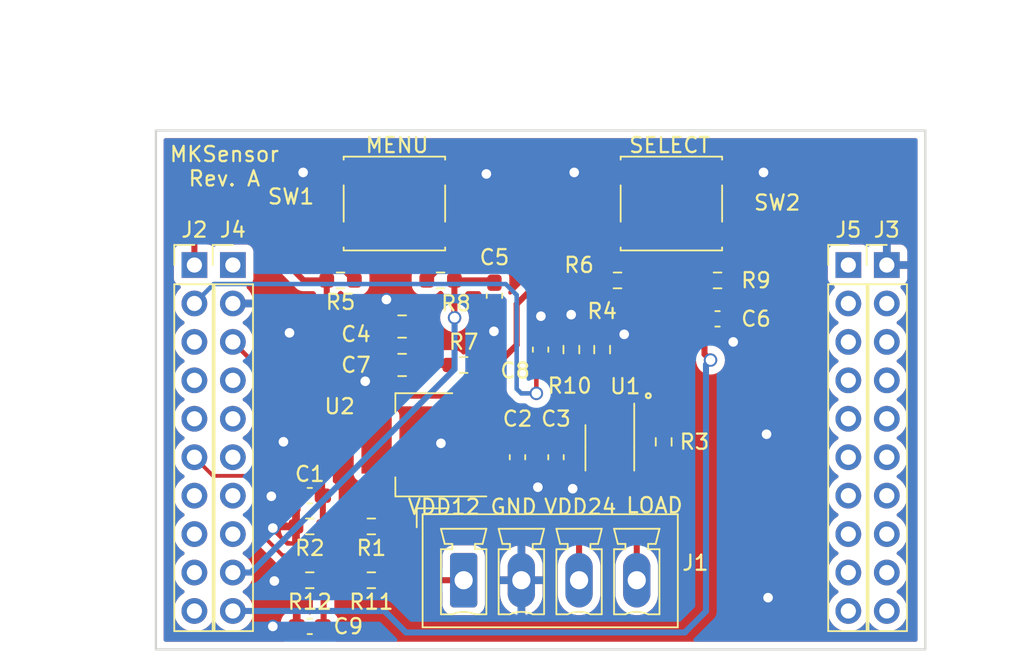
<source format=kicad_pcb>
(kicad_pcb (version 20211014) (generator pcbnew)
  (layers (0 "F.Cu" signal) (31 "B.Cu" signal) (34 "B.Paste" user) (35 "F.Paste" user) (36 "B.SilkS" user "B.Silkscreen") (37 "F.SilkS" user "F.Silkscreen") (38 "B.Mask" user) (39 "F.Mask" user) (44 "Edge.Cuts" user))
  (net 0 "")
  (net 1 "GND")
  (net 2 "VCC")
  (net 3 "/P1.7{slash}A7")
  (net 4 "/VDD24")
  (net 5 "Net-(C3-Pad2)")
  (net 6 "Net-(C4-Pad2)")
  (net 7 "/P5.7")
  (net 8 "/P3.7")
  (net 9 "/P1.6{slash}A6")
  (net 10 "/P5.4{slash}A11")
  (net 11 "/VDD12")
  (net 12 "/VSLOAD")
  (net 21 "+5V")
  (net 45 "Net-(R3-Pad2)")
  (net 46 "Net-(R4-Pad2)")
  (net 47 "Net-(R5-Pad1)")
  (net 48 "Net-(R6-Pad1)")
  (footprint "Connector_PinHeader_2.54mm:PinHeader_1x10_P2.54mm_Vertical" (layer "F.Cu") (at 231.14 121.92)
    (fp_text reference "J3" (at 0 -2.33) (layer "F.SilkS"))
    (fp_text value "TI_BOOSTER_40_J2")
    (fp_line (start 1.33 1.27) (end 1.33 24.19) (layer "F.SilkS") (width 0.12))
    (fp_line (start -1.33 0) (end -1.33 -1.33) (layer "F.SilkS") (width 0.12))
    (fp_line (start -1.33 1.27) (end -1.33 24.19) (layer "F.SilkS") (width 0.12))
    (fp_line (start -1.33 -1.33) (end 0 -1.33) (layer "F.SilkS") (width 0.12))
    (fp_line (start -1.33 1.27) (end 1.33 1.27) (layer "F.SilkS") (width 0.12))
    (fp_line (start -1.33 24.19) (end 1.33 24.19) (layer "F.SilkS") (width 0.12))
    (pad "1" thru_hole rect locked (at 0 0) (size 1.7 1.7) (drill 1) (layers *.Cu *.Mask) (net 1 "GND"))
    (pad "2" thru_hole oval locked (at 0 2.54) (size 1.7 1.7) (drill 1) (layers *.Cu *.Mask))
    (pad "3" thru_hole oval locked (at 0 5.08) (size 1.7 1.7) (drill 1) (layers *.Cu *.Mask))
    (pad "4" thru_hole oval locked (at 0 7.62) (size 1.7 1.7) (drill 1) (layers *.Cu *.Mask))
    (pad "5" thru_hole oval locked (at 0 10.16) (size 1.7 1.7) (drill 1) (layers *.Cu *.Mask))
    (pad "6" thru_hole oval locked (at 0 12.7) (size 1.7 1.7) (drill 1) (layers *.Cu *.Mask))
    (pad "7" thru_hole oval locked (at 0 15.24) (size 1.7 1.7) (drill 1) (layers *.Cu *.Mask))
    (pad "8" thru_hole oval locked (at 0 17.78) (size 1.7 1.7) (drill 1) (layers *.Cu *.Mask))
    (pad "9" thru_hole oval locked (at 0 20.32) (size 1.7 1.7) (drill 1) (layers *.Cu *.Mask))
    (pad "10" thru_hole oval locked (at 0 22.86) (size 1.7 1.7) (drill 1) (layers *.Cu *.Mask))
  )
  (footprint "Connector_PinHeader_2.54mm:PinHeader_1x10_P2.54mm_Vertical" (layer "F.Cu") (at 228.6 121.92)
    (fp_text reference "J5" (at 0 -2.33) (layer "F.SilkS"))
    (fp_text value "TI_BOOSTER_40_J4")
    (fp_line (start 1.33 1.27) (end 1.33 24.19) (layer "F.SilkS") (width 0.12))
    (fp_line (start -1.33 -1.33) (end 0 -1.33) (layer "F.SilkS") (width 0.12))
    (fp_line (start -1.33 0) (end -1.33 -1.33) (layer "F.SilkS") (width 0.12))
    (fp_line (start -1.33 1.27) (end 1.33 1.27) (layer "F.SilkS") (width 0.12))
    (fp_line (start -1.33 1.27) (end -1.33 24.19) (layer "F.SilkS") (width 0.12))
    (fp_line (start -1.33 24.19) (end 1.33 24.19) (layer "F.SilkS") (width 0.12))
    (pad "1" thru_hole rect locked (at 0 0) (size 1.7 1.7) (drill 1) (layers *.Cu *.Mask))
    (pad "2" thru_hole oval locked (at 0 2.54) (size 1.7 1.7) (drill 1) (layers *.Cu *.Mask))
    (pad "3" thru_hole oval locked (at 0 5.08) (size 1.7 1.7) (drill 1) (layers *.Cu *.Mask))
    (pad "4" thru_hole oval locked (at 0 7.62) (size 1.7 1.7) (drill 1) (layers *.Cu *.Mask))
    (pad "5" thru_hole oval locked (at 0 10.16) (size 1.7 1.7) (drill 1) (layers *.Cu *.Mask))
    (pad "6" thru_hole oval locked (at 0 12.7) (size 1.7 1.7) (drill 1) (layers *.Cu *.Mask))
    (pad "7" thru_hole oval locked (at 0 15.24) (size 1.7 1.7) (drill 1) (layers *.Cu *.Mask))
    (pad "8" thru_hole oval locked (at 0 17.78) (size 1.7 1.7) (drill 1) (layers *.Cu *.Mask))
    (pad "9" thru_hole oval locked (at 0 20.32) (size 1.7 1.7) (drill 1) (layers *.Cu *.Mask))
    (pad "10" thru_hole oval locked (at 0 22.86) (size 1.7 1.7) (drill 1) (layers *.Cu *.Mask))
  )
  (footprint "Connector_PinHeader_2.54mm:PinHeader_1x10_P2.54mm_Vertical" (layer "F.Cu") (at 187.96 121.92)
    (fp_text reference "J4" (at 0 -2.33) (layer "F.SilkS"))
    (fp_text value "TI_BOOSTER_40_J3")
    (fp_line (start -1.33 1.27) (end 1.33 1.27) (layer "F.SilkS") (width 0.12))
    (fp_line (start -1.33 1.27) (end -1.33 24.19) (layer "F.SilkS") (width 0.12))
    (fp_line (start -1.33 24.19) (end 1.33 24.19) (layer "F.SilkS") (width 0.12))
    (fp_line (start 1.33 1.27) (end 1.33 24.19) (layer "F.SilkS") (width 0.12))
    (fp_line (start -1.33 0) (end -1.33 -1.33) (layer "F.SilkS") (width 0.12))
    (fp_line (start -1.33 -1.33) (end 0 -1.33) (layer "F.SilkS") (width 0.12))
    (pad "1" thru_hole rect locked (at 0 0) (size 1.7 1.7) (drill 1) (layers *.Cu *.Mask) (net 21 "+5V"))
    (pad "2" thru_hole oval locked (at 0 2.54) (size 1.7 1.7) (drill 1) (layers *.Cu *.Mask) (net 1 "GND"))
    (pad "3" thru_hole oval locked (at 0 5.08) (size 1.7 1.7) (drill 1) (layers *.Cu *.Mask) (net 3 "/P1.7{slash}A7"))
    (pad "4" thru_hole oval locked (at 0 7.62) (size 1.7 1.7) (drill 1) (layers *.Cu *.Mask))
    (pad "5" thru_hole oval locked (at 0 10.16) (size 1.7 1.7) (drill 1) (layers *.Cu *.Mask))
    (pad "6" thru_hole oval locked (at 0 12.7) (size 1.7 1.7) (drill 1) (layers *.Cu *.Mask))
    (pad "7" thru_hole oval locked (at 0 15.24) (size 1.7 1.7) (drill 1) (layers *.Cu *.Mask))
    (pad "8" thru_hole oval locked (at 0 17.78) (size 1.7 1.7) (drill 1) (layers *.Cu *.Mask))
    (pad "9" thru_hole oval locked (at 0 20.32) (size 1.7 1.7) (drill 1) (layers *.Cu *.Mask) (net 7 "/P5.7"))
    (pad "10" thru_hole oval locked (at 0 22.86) (size 1.7 1.7) (drill 1) (layers *.Cu *.Mask) (net 8 "/P3.7"))
  )
  (footprint "Connector_PinHeader_2.54mm:PinHeader_1x10_P2.54mm_Vertical" (layer "F.Cu") (at 185.42 121.92)
    (fp_text reference "J2" (at 0 -2.33) (layer "F.SilkS"))
    (fp_text value "TI_BOOSTER_40_J1")
    (fp_line (start -1.33 1.27) (end -1.33 24.19) (layer "F.SilkS") (width 0.12))
    (fp_line (start -1.33 -1.33) (end 0 -1.33) (layer "F.SilkS") (width 0.12))
    (fp_line (start -1.33 24.19) (end 1.33 24.19) (layer "F.SilkS") (width 0.12))
    (fp_line (start -1.33 1.27) (end 1.33 1.27) (layer "F.SilkS") (width 0.12))
    (fp_line (start 1.33 1.27) (end 1.33 24.19) (layer "F.SilkS") (width 0.12))
    (fp_line (start -1.33 0) (end -1.33 -1.33) (layer "F.SilkS") (width 0.12))
    (pad "1" thru_hole rect locked (at 0 0) (size 1.7 1.7) (drill 1) (layers *.Cu *.Mask) (net 2 "VCC"))
    (pad "2" thru_hole oval locked (at 0 2.54) (size 1.7 1.7) (drill 1) (layers *.Cu *.Mask) (net 9 "/P1.6{slash}A6"))
    (pad "3" thru_hole oval locked (at 0 5.08) (size 1.7 1.7) (drill 1) (layers *.Cu *.Mask))
    (pad "4" thru_hole oval locked (at 0 7.62) (size 1.7 1.7) (drill 1) (layers *.Cu *.Mask))
    (pad "5" thru_hole oval locked (at 0 10.16) (size 1.7 1.7) (drill 1) (layers *.Cu *.Mask))
    (pad "6" thru_hole oval locked (at 0 12.7) (size 1.7 1.7) (drill 1) (layers *.Cu *.Mask) (net 10 "/P5.4{slash}A11"))
    (pad "7" thru_hole oval locked (at 0 15.24) (size 1.7 1.7) (drill 1) (layers *.Cu *.Mask))
    (pad "8" thru_hole oval locked (at 0 17.78) (size 1.7 1.7) (drill 1) (layers *.Cu *.Mask))
    (pad "9" thru_hole oval locked (at 0 20.32) (size 1.7 1.7) (drill 1) (layers *.Cu *.Mask))
    (pad "10" thru_hole oval locked (at 0 22.86) (size 1.7 1.7) (drill 1) (layers *.Cu *.Mask))
  )
  (footprint "Capacitor_SMD:C_0603_1608Metric_Pad1.08x0.95mm_HandSolder" (layer "F.Cu") (at 206.756 134.62 90)
    (fp_text reference "C2" (at 2.54 0) (layer "F.SilkS"))
    (fp_text value "0.1uF")
    (fp_line (start -0.146267 0.51) (end 0.146267 0.51) (layer "F.SilkS") (width 0.12))
    (fp_line (start -0.146267 -0.51) (end 0.146267 -0.51) (layer "F.SilkS") (width 0.12))
    (pad "1" smd roundrect (at -0.8625 0 90) (size 1.075 0.95) (layers "F.Cu" "F.Paste" "F.Mask") (net 1 "GND"))
    (pad "2" smd roundrect (at 0.8625 0 90) (size 1.075 0.95) (layers "F.Cu" "F.Paste" "F.Mask") (net 4 "/VDD24"))
  )
  (footprint "Resistor_SMD:R_0603_1608Metric_Pad0.98x0.95mm_HandSolder" (layer "F.Cu") (at 193.04 139.192 180)
    (fp_text reference "R2" (at 0 -1.43) (layer "F.SilkS"))
    (fp_text value "3.01K")
    (fp_line (start -0.254724 -0.5225) (end 0.254724 -0.5225) (layer "F.SilkS") (width 0.12))
    (fp_line (start -0.254724 0.5225) (end 0.254724 0.5225) (layer "F.SilkS") (width 0.12))
    (pad "1" smd roundrect (at -0.9125 0 180) (size 0.975 0.95) (layers "F.Cu" "F.Paste" "F.Mask") (net 3 "/P1.7{slash}A7"))
    (pad "2" smd roundrect (at 0.9125 0 180) (size 0.975 0.95) (layers "F.Cu" "F.Paste" "F.Mask") (net 1 "GND"))
  )
  (footprint "Resistor_SMD:R_0603_1608Metric_Pad0.98x0.95mm_HandSolder" (layer "F.Cu") (at 213.36 122.936 180)
    (fp_text reference "R6" (at 2.54 1.016) (layer "F.SilkS"))
    (fp_text value "1K")
    (fp_line (start -0.254724 0.5225) (end 0.254724 0.5225) (layer "F.SilkS") (width 0.12))
    (fp_line (start -0.254724 -0.5225) (end 0.254724 -0.5225) (layer "F.SilkS") (width 0.12))
    (pad "1" smd roundrect (at -0.9125 0 180) (size 0.975 0.95) (layers "F.Cu" "F.Paste" "F.Mask") (net 48 "Net-(R6-Pad1)"))
    (pad "2" smd roundrect (at 0.9125 0 180) (size 0.975 0.95) (layers "F.Cu" "F.Paste" "F.Mask") (net 2 "VCC"))
  )
  (footprint "Resistor_SMD:R_0603_1608Metric_Pad0.98x0.95mm_HandSolder" (layer "F.Cu") (at 195.072 122.936 180)
    (fp_text reference "R5" (at 0 -1.43) (layer "F.SilkS"))
    (fp_text value "1K")
    (fp_line (start -0.254724 0.5225) (end 0.254724 0.5225) (layer "F.SilkS") (width 0.12))
    (fp_line (start -0.254724 -0.5225) (end 0.254724 -0.5225) (layer "F.SilkS") (width 0.12))
    (pad "1" smd roundrect (at -0.9125 0 180) (size 0.975 0.95) (layers "F.Cu" "F.Paste" "F.Mask") (net 47 "Net-(R5-Pad1)"))
    (pad "2" smd roundrect (at 0.9125 0 180) (size 0.975 0.95) (layers "F.Cu" "F.Paste" "F.Mask") (net 2 "VCC"))
  )
  (footprint "Capacitor_SMD:C_0603_1608Metric_Pad1.08x0.95mm_HandSolder" (layer "F.Cu") (at 193.04 145.796)
    (fp_text reference "C9" (at 2.54 0) (layer "F.SilkS"))
    (fp_text value "0.1uF")
    (fp_line (start -0.146267 0.51) (end 0.146267 0.51) (layer "F.SilkS") (width 0.12))
    (fp_line (start -0.146267 -0.51) (end 0.146267 -0.51) (layer "F.SilkS") (width 0.12))
    (pad "1" smd roundrect (at -0.8625 0) (size 1.075 0.95) (layers "F.Cu" "F.Paste" "F.Mask") (net 1 "GND"))
    (pad "2" smd roundrect (at 0.8625 0) (size 1.075 0.95) (layers "F.Cu" "F.Paste" "F.Mask") (net 10 "/P5.4{slash}A11"))
  )
  (footprint "Resistor_SMD:R_0603_1608Metric_Pad0.98x0.95mm_HandSolder" (layer "F.Cu") (at 219.964 122.936 180)
    (fp_text reference "R9" (at -2.54 0) (layer "F.SilkS"))
    (fp_text value "39K")
    (fp_line (start -0.254724 -0.5225) (end 0.254724 -0.5225) (layer "F.SilkS") (width 0.12))
    (fp_line (start -0.254724 0.5225) (end 0.254724 0.5225) (layer "F.SilkS") (width 0.12))
    (pad "1" smd roundrect (at -0.9125 0 180) (size 0.975 0.95) (layers "F.Cu" "F.Paste" "F.Mask") (net 48 "Net-(R6-Pad1)"))
    (pad "2" smd roundrect (at 0.9125 0 180) (size 0.975 0.95) (layers "F.Cu" "F.Paste" "F.Mask") (net 8 "/P3.7"))
  )
  (footprint "Resistor_SMD:R_0603_1608Metric_Pad0.98x0.95mm_HandSolder" (layer "F.Cu") (at 197.104 142.748 180)
    (fp_text reference "R11" (at 0 -1.43) (layer "F.SilkS"))
    (fp_text value "28.7K")
    (fp_line (start -0.254724 0.5225) (end 0.254724 0.5225) (layer "F.SilkS") (width 0.12))
    (fp_line (start -0.254724 -0.5225) (end 0.254724 -0.5225) (layer "F.SilkS") (width 0.12))
    (pad "1" smd roundrect (at -0.9125 0 180) (size 0.975 0.95) (layers "F.Cu" "F.Paste" "F.Mask") (net 11 "/VDD12"))
    (pad "2" smd roundrect (at 0.9125 0 180) (size 0.975 0.95) (layers "F.Cu" "F.Paste" "F.Mask") (net 10 "/P5.4{slash}A11"))
  )
  (footprint "Resistor_SMD:R_0603_1608Metric_Pad0.98x0.95mm_HandSolder" (layer "F.Cu") (at 193.04 142.748 180)
    (fp_text reference "R12" (at 0 -1.43) (layer "F.SilkS"))
    (fp_text value "3.01K")
    (fp_line (start -0.254724 0.5225) (end 0.254724 0.5225) (layer "F.SilkS") (width 0.12))
    (fp_line (start -0.254724 -0.5225) (end 0.254724 -0.5225) (layer "F.SilkS") (width 0.12))
    (pad "1" smd roundrect (at -0.9125 0 180) (size 0.975 0.95) (layers "F.Cu" "F.Paste" "F.Mask") (net 10 "/P5.4{slash}A11"))
    (pad "2" smd roundrect (at 0.9125 0 180) (size 0.975 0.95) (layers "F.Cu" "F.Paste" "F.Mask") (net 1 "GND"))
  )
  (footprint "Capacitor_SMD:C_0805_2012Metric_Pad1.18x1.45mm_HandSolder" (layer "F.Cu") (at 199.136 125.984)
    (fp_text reference "C4" (at -3.048 0.508) (layer "F.SilkS"))
    (fp_text value "10uF")
    (fp_line (start -0.261252 -0.735) (end 0.261252 -0.735) (layer "F.SilkS") (width 0.12))
    (fp_line (start -0.261252 0.735) (end 0.261252 0.735) (layer "F.SilkS") (width 0.12))
    (pad "1" smd roundrect (at -1.0375 0) (size 1.175 1.45) (layers "F.Cu" "F.Paste" "F.Mask") (roundrect_rratio 0.212766) (net 1 "GND"))
    (pad "2" smd roundrect (at 1.0375 0) (size 1.175 1.45) (layers "F.Cu" "F.Paste" "F.Mask") (roundrect_rratio 0.212766) (net 6 "Net-(C4-Pad2)"))
  )
  (footprint "Resistor_SMD:R_0603_1608Metric_Pad0.98x0.95mm_HandSolder" (layer "F.Cu") (at 201.676 122.936)
    (fp_text reference "R8" (at 1.016 1.524) (layer "F.SilkS"))
    (fp_text value "39K")
    (fp_line (start -0.254724 0.5225) (end 0.254724 0.5225) (layer "F.SilkS") (width 0.12))
    (fp_line (start -0.254724 -0.5225) (end 0.254724 -0.5225) (layer "F.SilkS") (width 0.12))
    (pad "1" smd roundrect (at -0.9125 0) (size 0.975 0.95) (layers "F.Cu" "F.Paste" "F.Mask") (net 47 "Net-(R5-Pad1)"))
    (pad "2" smd roundrect (at 0.9125 0) (size 0.975 0.95) (layers "F.Cu" "F.Paste" "F.Mask") (net 7 "/P5.7"))
  )
  (footprint "Resistor_SMD:R_0603_1608Metric_Pad0.98x0.95mm_HandSolder" (layer "F.Cu") (at 210.312 127.508 90)
    (fp_text reference "R10" (at -2.392 -0.112) (layer "F.SilkS"))
    (fp_text value "4.99K")
    (fp_line (start -0.254724 -0.5225) (end 0.254724 -0.5225) (layer "F.SilkS") (width 0.12))
    (fp_line (start -0.254724 0.5225) (end 0.254724 0.5225) (layer "F.SilkS") (width 0.12))
    (pad "1" smd roundrect (at -0.9125 0 90) (size 0.975 0.95) (layers "F.Cu" "F.Paste" "F.Mask") (net 9 "/P1.6{slash}A6"))
    (pad "2" smd roundrect (at 0.9125 0 90) (size 0.975 0.95) (layers "F.Cu" "F.Paste" "F.Mask") (net 1 "GND"))
  )
  (footprint "Package_SO:MSOP-8_3x3mm_P0.65mm" (layer "F.Cu") (at 212.852 134 -90)
    (fp_text reference "U1" (at -4.064 -1.016 180) (layer "F.SilkS"))
    (fp_text value "LTC6102xMS8-1")
    (fp_line (start 0 1.61) (end 1.5 1.61) (layer "F.SilkS") (width 0.12))
    (fp_line (start 0 -1.61) (end 1.5 -1.61) (layer "F.SilkS") (width 0.12))
    (fp_line (start 0 -1.61) (end -2.925 -1.61) (layer "F.SilkS") (width 0.12))
    (fp_line (start 0 1.61) (end -1.5 1.61) (layer "F.SilkS") (width 0.12))
    (pad "1" smd roundrect (at -2.1125 -0.975 270) (size 1.625 0.4) (layers "F.Cu" "F.Paste" "F.Mask") (net 45 "Net-(R3-Pad2)"))
    (pad "2" smd roundrect (at -2.1125 -0.325 270) (size 1.625 0.4) (layers "F.Cu" "F.Paste" "F.Mask") (net 45 "Net-(R3-Pad2)"))
    (pad "3" smd roundrect (at -2.1125 0.325 270) (size 1.625 0.4) (layers "F.Cu" "F.Paste" "F.Mask") (net 46 "Net-(R4-Pad2)"))
    (pad "4" smd roundrect (at -2.1125 0.975 270) (size 1.625 0.4) (layers "F.Cu" "F.Paste" "F.Mask") (net 9 "/P1.6{slash}A6"))
    (pad "5" smd roundrect (at 2.1125 0.975 270) (size 1.625 0.4) (layers "F.Cu" "F.Paste" "F.Mask") (net 1 "GND"))
    (pad "6" smd roundrect (at 2.1125 0.325 270) (size 1.625 0.4) (layers "F.Cu" "F.Paste" "F.Mask") (net 5 "Net-(C3-Pad2)"))
    (pad "7" smd roundrect (at 2.1125 -0.325 270) (size 1.625 0.4) (layers "F.Cu" "F.Paste" "F.Mask") (net 4 "/VDD24"))
    (pad "8" smd roundrect (at 2.1125 -0.975 270) (size 1.625 0.4) (layers "F.Cu" "F.Paste" "F.Mask") (net 12 "/VSLOAD"))
  )
  (footprint "Button_Switch_SMD:SW_SPST_EVQQ2" (layer "F.Cu") (at 216.916 117.856)
    (fp_text reference "SW2" (at 6.984 -0.056) (layer "F.SilkS"))
    (fp_text value "BUTTON_SEL")
    (fp_line (start -3.35 3.1) (end 3.35 3.1) (layer "F.SilkS") (width 0.12))
    (fp_line (start 3.35 -3.1) (end -3.35 -3.1) (layer "F.SilkS") (width 0.12))
    (fp_line (start 3.35 -1.2) (end 3.35 1.2) (layer "F.SilkS") (width 0.12))
    (fp_line (start 3.35 3.1) (end 3.35 2.9) (layer "F.SilkS") (width 0.12))
    (fp_line (start -3.35 3.1) (end -3.35 2.9) (layer "F.SilkS") (width 0.12))
    (fp_line (start -3.35 -1.2) (end -3.35 1.2) (layer "F.SilkS") (width 0.12))
    (fp_line (start -3.35 -3.1) (end -3.35 -2.9) (layer "F.SilkS") (width 0.12))
    (fp_line (start 3.35 -3.1) (end 3.35 -2.9) (layer "F.SilkS") (width 0.12))
    (pad "1" smd rect (at 3.4 -2) (size 3.2 1) (layers "F.Cu" "F.Paste" "F.Mask") (net 1 "GND"))
    (pad "1" smd rect (at -3.4 -2) (size 3.2 1) (layers "F.Cu" "F.Paste" "F.Mask") (net 1 "GND"))
    (pad "2" smd rect (at -3.4 2) (size 3.2 1) (layers "F.Cu" "F.Paste" "F.Mask") (net 48 "Net-(R6-Pad1)"))
    (pad "2" smd rect (at 3.4 2) (size 3.2 1) (layers "F.Cu" "F.Paste" "F.Mask") (net 48 "Net-(R6-Pad1)"))
  )
  (footprint "Capacitor_SMD:C_0603_1608Metric_Pad1.08x0.95mm_HandSolder" (layer "F.Cu") (at 219.964 125.476 180)
    (fp_text reference "C6" (at -2.54 0) (layer "F.SilkS"))
    (fp_text value "0.1uF")
    (fp_line (start -0.146267 0.51) (end 0.146267 0.51) (layer "F.SilkS") (width 0.12))
    (fp_line (start -0.146267 -0.51) (end 0.146267 -0.51) (layer "F.SilkS") (width 0.12))
    (pad "1" smd roundrect (at -0.8625 0 180) (size 1.075 0.95) (layers "F.Cu" "F.Paste" "F.Mask") (net 1 "GND"))
    (pad "2" smd roundrect (at 0.8625 0 180) (size 1.075 0.95) (layers "F.Cu" "F.Paste" "F.Mask") (net 8 "/P3.7"))
  )
  (footprint "Package_TO_SOT_SMD:SOT-223" (layer "F.Cu") (at 200.6 133.8 180)
    (fp_text reference "U2" (at 5.588 2.54 180) (layer "F.SilkS"))
    (fp_text value "LM2936-3.3")
    (fp_line (start 1.91 -3.41) (end 1.91 -2.15) (layer "F.SilkS") (width 0.12))
    (fp_line (start -4.1 -3.41) (end 1.91 -3.41) (layer "F.SilkS") (width 0.12))
    (fp_line (start 1.91 3.41) (end 1.91 2.15) (layer "F.SilkS") (width 0.12))
    (fp_line (start -1.85 3.41) (end 1.91 3.41) (layer "F.SilkS") (width 0.12))
    (pad "1" smd rect (at -3.15 -2.3 180) (size 2 1.5) (layers "F.Cu" "F.Paste" "F.Mask") (net 4 "/VDD24"))
    (pad "2" smd rect (at -3.15 0 180) (size 2 1.5) (layers "F.Cu" "F.Paste" "F.Mask") (net 1 "GND"))
    (pad "3" smd rect (at -3.15 2.3 180) (size 2 1.5) (layers "F.Cu" "F.Paste" "F.Mask") (net 2 "VCC"))
    (pad "4" smd rect (at 3.15 0 180) (size 2 3.8) (layers "F.Cu" "F.Paste" "F.Mask"))
  )
  (footprint "Resistor_SMD:R_0603_1608Metric_Pad0.98x0.95mm_HandSolder" (layer "F.Cu") (at 197.104 139.192 180)
    (fp_text reference "R1" (at 0 -1.43) (layer "F.SilkS"))
    (fp_text value "57.6K")
    (fp_line (start -0.254724 -0.5225) (end 0.254724 -0.5225) (layer "F.SilkS") (width 0.12))
    (fp_line (start -0.254724 0.5225) (end 0.254724 0.5225) (layer "F.SilkS") (width 0.12))
    (pad "1" smd roundrect (at -0.9125 0 180) (size 0.975 0.95) (layers "F.Cu" "F.Paste" "F.Mask") (net 4 "/VDD24"))
    (pad "2" smd roundrect (at 0.9125 0 180) (size 0.975 0.95) (layers "F.Cu" "F.Paste" "F.Mask") (net 3 "/P1.7{slash}A7"))
  )
  (footprint "Capacitor_SMD:C_0603_1608Metric_Pad1.08x0.95mm_HandSolder" (layer "F.Cu") (at 208.28 127.508 -90)
    (fp_text reference "C8" (at 1.392 1.68 180) (layer "F.SilkS"))
    (fp_text value "0.1uF")
    (fp_line (start -0.146267 -0.51) (end 0.146267 -0.51) (layer "F.SilkS") (width 0.12))
    (fp_line (start -0.146267 0.51) (end 0.146267 0.51) (layer "F.SilkS") (width 0.12))
    (pad "1" smd roundrect (at -0.8625 0 270) (size 1.075 0.95) (layers "F.Cu" "F.Paste" "F.Mask") (net 1 "GND"))
    (pad "2" smd roundrect (at 0.8625 0 270) (size 1.075 0.95) (layers "F.Cu" "F.Paste" "F.Mask") (net 9 "/P1.6{slash}A6"))
  )
  (footprint "Resistor_SMD:R_0603_1608Metric_Pad0.98x0.95mm_HandSolder" (layer "F.Cu") (at 212.344 127.508 -90)
    (fp_text reference "R4" (at -2.54 0 180) (layer "F.SilkS"))
    (fp_text value "0")
    (fp_line (start -0.254724 0.5225) (end 0.254724 0.5225) (layer "F.SilkS") (width 0.12))
    (fp_line (start -0.254724 -0.5225) (end 0.254724 -0.5225) (layer "F.SilkS") (width 0.12))
    (pad "1" smd roundrect (at -0.9125 0 270) (size 0.975 0.95) (layers "F.Cu" "F.Paste" "F.Mask") (net 1 "GND"))
    (pad "2" smd roundrect (at 0.9125 0 270) (size 0.975 0.95) (layers "F.Cu" "F.Paste" "F.Mask") (net 46 "Net-(R4-Pad2)"))
  )
  (footprint "Resistor_SMD:R_0603_1608Metric_Pad0.98x0.95mm_HandSolder" (layer "F.Cu") (at 203.2 128.524 180)
    (fp_text reference "R7" (at 0 1.524) (layer "F.SilkS"))
    (fp_text value "1")
    (fp_line (start -0.254724 0.5225) (end 0.254724 0.5225) (layer "F.SilkS") (width 0.12))
    (fp_line (start -0.254724 -0.5225) (end 0.254724 -0.5225) (layer "F.SilkS") (width 0.12))
    (pad "1" smd roundrect (at -0.9125 0 180) (size 0.975 0.95) (layers "F.Cu" "F.Paste" "F.Mask") (net 2 "VCC"))
    (pad "2" smd roundrect (at 0.9125 0 180) (size 0.975 0.95) (layers "F.Cu" "F.Paste" "F.Mask") (net 6 "Net-(C4-Pad2)"))
  )
  (footprint "Capacitor_SMD:C_0603_1608Metric_Pad1.08x0.95mm_HandSolder" (layer "F.Cu") (at 205.232 123.952 90)
    (fp_text reference "C5" (at 2.54 0 180) (layer "F.SilkS"))
    (fp_text value "0.1uF")
    (fp_line (start -0.146267 -0.51) (end 0.146267 -0.51) (layer "F.SilkS") (width 0.12))
    (fp_line (start -0.146267 0.51) (end 0.146267 0.51) (layer "F.SilkS") (width 0.12))
    (pad "1" smd roundrect (at -0.8625 0 90) (size 1.075 0.95) (layers "F.Cu" "F.Paste" "F.Mask") (net 1 "GND"))
    (pad "2" smd roundrect (at 0.8625 0 90) (size 1.075 0.95) (layers "F.Cu" "F.Paste" "F.Mask") (net 7 "/P5.7"))
  )
  (footprint "Capacitor_SMD:C_0603_1608Metric_Pad1.08x0.95mm_HandSolder" (layer "F.Cu") (at 193.04 137.16)
    (fp_text reference "C1" (at 0 -1.43) (layer "F.SilkS"))
    (fp_text value "0.1uF")
    (fp_line (start -0.146267 -0.51) (end 0.146267 -0.51) (layer "F.SilkS") (width 0.12))
    (fp_line (start -0.146267 0.51) (end 0.146267 0.51) (layer "F.SilkS") (width 0.12))
    (pad "1" smd roundrect (at -0.8625 0) (size 1.075 0.95) (layers "F.Cu" "F.Paste" "F.Mask") (net 1 "GND"))
    (pad "2" smd roundrect (at 0.8625 0) (size 1.075 0.95) (layers "F.Cu" "F.Paste" "F.Mask") (net 3 "/P1.7{slash}A7"))
  )
  (footprint "Capacitor_SMD:C_0603_1608Metric_Pad1.08x0.95mm_HandSolder" (layer "F.Cu") (at 209.296 134.62 -90)
    (fp_text reference "C3" (at -2.54 0 180) (layer "F.SilkS"))
    (fp_text value "0.1uF")
    (fp_line (start -0.146267 -0.51) (end 0.146267 -0.51) (layer "F.SilkS") (width 0.12))
    (fp_line (start -0.146267 0.51) (end 0.146267 0.51) (layer "F.SilkS") (width 0.12))
    (pad "1" smd roundrect (at -0.8625 0 270) (size 1.075 0.95) (layers "F.Cu" "F.Paste" "F.Mask") (net 4 "/VDD24"))
    (pad "2" smd roundrect (at 0.8625 0 270) (size 1.075 0.95) (layers "F.Cu" "F.Paste" "F.Mask") (net 5 "Net-(C3-Pad2)"))
  )
  (footprint "Button_Switch_SMD:SW_SPST_EVQQ2" (layer "F.Cu") (at 198.628 117.856)
    (fp_text reference "SW1" (at -6.828 -0.456) (layer "F.SilkS"))
    (fp_text value "BUTTON_MENU")
    (fp_line (start 3.35 3.1) (end 3.35 2.9) (layer "F.SilkS") (width 0.12))
    (fp_line (start -3.35 -1.2) (end -3.35 1.2) (layer "F.SilkS") (width 0.12))
    (fp_line (start 3.35 -3.1) (end 3.35 -2.9) (layer "F.SilkS") (width 0.12))
    (fp_line (start -3.35 -3.1) (end -3.35 -2.9) (layer "F.SilkS") (width 0.12))
    (fp_line (start -3.35 3.1) (end 3.35 3.1) (layer "F.SilkS") (width 0.12))
    (fp_line (start 3.35 -1.2) (end 3.35 1.2) (layer "F.SilkS") (width 0.12))
    (fp_line (start 3.35 -3.1) (end -3.35 -3.1) (layer "F.SilkS") (width 0.12))
    (fp_line (start -3.35 3.1) (end -3.35 2.9) (layer "F.SilkS") (width 0.12))
    (pad "1" smd rect (at 3.4 -2) (size 3.2 1) (layers "F.Cu" "F.Paste" "F.Mask") (net 1 "GND"))
    (pad "1" smd rect (at -3.4 -2) (size 3.2 1) (layers "F.Cu" "F.Paste" "F.Mask") (net 1 "GND"))
    (pad "2" smd rect (at 3.4 2) (size 3.2 1) (layers "F.Cu" "F.Paste" "F.Mask") (net 47 "Net-(R5-Pad1)"))
    (pad "2" smd rect (at -3.4 2) (size 3.2 1) (layers "F.Cu" "F.Paste" "F.Mask") (net 47 "Net-(R5-Pad1)"))
  )
  (footprint "Resistor_SMD:R_0603_1608Metric_Pad0.98x0.95mm_HandSolder" (layer "F.Cu") (at 216.408 133.604 90)
    (fp_text reference "R3" (at 0 2.032 180) (layer "F.SilkS"))
    (fp_text value "100")
    (fp_line (start -0.254724 -0.5225) (end 0.254724 -0.5225) (layer "F.SilkS") (width 0.12))
    (fp_line (start -0.254724 0.5225) (end 0.254724 0.5225) (layer "F.SilkS") (width 0.12))
    (pad "1" smd roundrect (at -0.9125 0 90) (size 0.975 0.95) (layers "F.Cu" "F.Paste" "F.Mask") (net 4 "/VDD24"))
    (pad "2" smd roundrect (at 0.9125 0 90) (size 0.975 0.95) (layers "F.Cu" "F.Paste" "F.Mask") (net 45 "Net-(R3-Pad2)"))
  )
  (footprint "Connector_Phoenix_MC:PhoenixContact_MCV_1,5_4-G-3.81_1x04_P3.81mm_Vertical" (layer "F.Cu") (at 203.2 142.748)
    (fp_text reference "J1" (at 15.3 -1.148) (layer "F.SilkS"))
    (fp_text value "Conn_01x04")
    (fp_line (start 5.06 -2.4) (end 4.56 -2.4) (layer "F.SilkS") (width 0.12))
    (fp_line (start -0.75 -2.4) (end -1.25 -2.4) (layer "F.SilkS") (width 0.12))
    (fp_line (start 0.75 -2.05) (end 1.5 -2.05) (layer "F.SilkS") (width 0.12))
    (fp_line (start 12.18 -2.05) (end 12.93 -2.05) (layer "F.SilkS") (width 0.12))
    (fp_line (start 2.56 -2.4) (end 2.31 -3.4) (layer "F.SilkS") (width 0.12))
    (fp_line (start 6.12 -3.4) (end 9.12 -3.4) (layer "F.SilkS") (width 0.12))
    (fp_line (start 5.31 -3.4) (end 5.06 -2.4) (layer "F.SilkS") (width 0.12))
    (fp_line (start 0.75 -2.4) (end 0.75 -2.05) (layer "F.SilkS") (width 0.12))
    (fp_line (start 1.5 -3.4) (end 1.25 -2.4) (layer "F.SilkS") (width 0.12))
    (fp_line (start 6.12 2.25) (end 6.12 -2.05) (layer "F.SilkS") (width 0.12))
    (fp_line (start 5.31 2.25) (end 4.56 2.25) (layer "F.SilkS") (width 0.12))
    (fp_line (start -1.5 -2.05) (end -0.75 -2.05) (layer "F.SilkS") (width 0.12))
    (fp_line (start 12.93 -2.05) (end 12.93 2.25) (layer "F.SilkS") (width 0.12))
    (fp_line (start 2.31 -3.4) (end 5.31 -3.4) (layer "F.SilkS") (width 0.12))
    (fp_line (start -1.25 -2.4) (end -1.5 -3.4) (layer "F.SilkS") (width 0.12))
    (fp_line (start 9.12 -3.4) (end 8.87 -2.4) (layer "F.SilkS") (width 0.12))
    (fp_line (start 8.37 -2.4) (end 8.37 -2.05) (layer "F.SilkS") (width 0.12))
    (fp_line (start -3.1 -4.75) (end -1.1 -4.75) (layer "F.SilkS") (width 0.12))
    (fp_line (start 1.5 2.25) (end 0.75 2.25) (layer "F.SilkS") (width 0.12))
    (fp_line (start 9.93 2.25) (end 9.93 -2.05) (layer "F.SilkS") (width 0.12))
    (fp_line (start 1.25 -2.4) (end 0.75 -2.4) (layer "F.SilkS") (width 0.12))
    (fp_line (start -0.75 -2.05) (end -0.75 -2.4) (layer "F.SilkS") (width 0.12))
    (fp_line (start 9.12 2.25) (end 8.37 2.25) (layer "F.SilkS") (width 0.12))
    (fp_line (start -3.1 -3.5) (end -3.1 -4.75) (layer "F.SilkS") (width 0.12))
    (fp_line (start 10.18 -2.4) (end 9.93 -3.4) (layer "F.SilkS") (width 0.12))
    (fp_line (start 6.37 -2.4) (end 6.12 -3.4) (layer "F.SilkS") (width 0.12))
    (fp_line (start 6.87 -2.4) (end 6.37 -2.4) (layer "F.SilkS") (width 0.12))
    (fp_line (start 6.87 -2.05) (end 6.87 -2.4) (layer "F.SilkS") (width 0.12))
    (fp_line (start 6.12 -2.05) (end 6.87 -2.05) (layer "F.SilkS") (width 0.12))
    (fp_line (start -1.5 -3.4) (end 1.5 -3.4) (layer "F.SilkS") (width 0.12))
    (fp_line (start 8.87 -2.4) (end 8.37 -2.4) (layer "F.SilkS") (width 0.12))
    (fp_line (start 10.68 2.25) (end 9.93 2.25) (layer "F.SilkS") (width 0.12))
    (fp_line (start 3.06 -2.05) (end 3.06 -2.4) (layer "F.SilkS") (width 0.12))
    (fp_line (start -2.71 -4.36) (end -2.71 3.11) (layer "F.SilkS") (width 0.12))
    (fp_line (start 9.12 -2.05) (end 9.12 2.25) (layer "F.SilkS") (width 0.12))
    (fp_line (start -0.75 2.25) (end -1.5 2.25) (layer "F.SilkS") (width 0.12))
    (fp_line (start 4.56 -2.4) (end 4.56 -2.05) (layer "F.SilkS") (width 0.12))
    (fp_line (start -2.71 3.11) (end 14.14 3.11) (layer "F.SilkS") (width 0.12))
    (fp_line (start 3.06 -2.4) (end 2.56 -2.4) (layer "F.SilkS") (width 0.12))
    (fp_line (start 1.5 -2.05) (end 1.5 2.25) (layer "F.SilkS") (width 0.12))
    (fp_line (start 5.31 -2.05) (end 5.31 2.25) (layer "F.SilkS") (width 0.12))
    (fp_line (start 9.93 -2.05) (end 10.68 -2.05) (layer "F.SilkS") (width 0.12))
    (fp_line (start 12.68 -2.4) (end 12.18 -2.4) (layer "F.SilkS") (width 0.12))
    (fp_line (start 10.68 -2.4) (end 10.18 -2.4) (layer "F.SilkS") (width 0.12))
    (fp_line (start 2.31 -2.05) (end 3.06 -2.05) (layer "F.SilkS") (width 0.12))
    (fp_line (start 4.56 -2.05) (end 5.31 -2.05) (layer "F.SilkS") (width 0.12))
    (fp_line (start 14.14 3.11) (end 14.14 -4.36) (layer "F.SilkS") (width 0.12))
    (fp_line (start 8.37 -2.05) (end 9.12 -2.05) (layer "F.SilkS") (width 0.12))
    (fp_line (start 3.06 2.25) (end 2.31 2.25) (layer "F.SilkS") (width 0.12))
    (fp_line (start 6.87 2.25) (end 6.12 2.25) (layer "F.SilkS") (width 0.12))
    (fp_line (start 12.93 -3.4) (end 12.68 -2.4) (layer "F.SilkS") (width 0.12))
    (fp_line (start 14.14 -4.36) (end -2.71 -4.36) (layer "F.SilkS") (width 0.12))
    (fp_line (start -1.5 2.25) (end -1.5 -2.05) (layer "F.SilkS") (width 0.12))
    (fp_line (start 12.93 2.25) (end 12.18 2.25) (layer "F.SilkS") (width 0.12))
    (fp_line (start 9.93 -3.4) (end 12.93 -3.4) (layer "F.SilkS") (width 0.12))
    (fp_line (start 10.68 -2.05) (end 10.68 -2.4) (layer "F.SilkS") (width 0.12))
    (fp_line (start 12.18 -2.4) (end 12.18 -2.05) (layer "F.SilkS") (width 0.12))
    (fp_line (start 2.31 2.25) (end 2.31 -2.05) (layer "F.SilkS") (width 0.12))
    (fp_arc (start 10.68 2.25) (mid 11.429807 2.09191) (end 12.179647 2.249844) (layer "F.SilkS") (width 0.12))
    (fp_arc (start 6.87 2.25) (mid 7.619807 2.09191) (end 8.369647 2.249844) (layer "F.SilkS") (width 0.12))
    (fp_arc (start 3.06 2.25) (mid 3.809807 2.09191) (end 4.559647 2.249844) (layer "F.SilkS") (width 0.12))
    (fp_arc (start -0.75 2.25) (mid -0.000193 2.09191) (end 0.749647 2.249844) (layer "F.SilkS") (width 0.12))
    (pad "1" thru_hole roundrect (at 0 0) (size 1.8 3.6) (drill 1.2) (layers *.Cu *.Mask) (roundrect_rratio 0.138889) (net 11 "/VDD12"))
    (pad "2" thru_hole oval (at 3.81 0) (size 1.8 3.6) (drill 1.2) (layers *.Cu *.Mask) (net 1 "GND"))
    (pad "3" thru_hole oval (at 7.62 0) (size 1.8 3.6) (drill 1.2) (layers *.Cu *.Mask) (net 4 "/VDD24"))
    (pad "4" thru_hole oval (at 11.43 0) (size 1.8 3.6) (drill 1.2) (layers *.Cu *.Mask) (net 12 "/VSLOAD"))
  )
  (footprint "Capacitor_SMD:C_0805_2012Metric_Pad1.18x1.45mm_HandSolder" (layer "F.Cu") (at 199.136 128.524)
    (fp_text reference "C7" (at -3.048 0) (layer "F.SilkS"))
    (fp_text value "10uF")
    (fp_line (start -0.261252 0.735) (end 0.261252 0.735) (layer "F.SilkS") (width 0.12))
    (fp_line (start -0.261252 -0.735) (end 0.261252 -0.735) (layer "F.SilkS") (width 0.12))
    (pad "1" smd roundrect (at -1.0375 0) (size 1.175 1.45) (layers "F.Cu" "F.Paste" "F.Mask") (roundrect_rratio 0.212766) (net 1 "GND"))
    (pad "2" smd roundrect (at 1.0375 0) (size 1.175 1.45) (layers "F.Cu" "F.Paste" "F.Mask") (roundrect_rratio 0.212766) (net 6 "Net-(C4-Pad2)"))
  )
  (gr_circle (center 215.392 130.556) (end 215.531195 130.621018) (layer "F.SilkS") (width 0.14986) (fill none))
  (gr_rect (start 182.88 147.32) (end 233.68 113.03) (layer "Edge.Cuts") (width 0.1) (fill none))
  (gr_line (start 233.68 113.03) (end 233.68 147.32) (layer "Edge.Cuts") (width 0.14986))
  (gr_line (start 233.68 147.32) (end 182.88 147.32) (layer "Edge.Cuts") (width 0.15))
  (gr_line (start 182.88 113.03) (end 233.68 113.03) (layer "Edge.Cuts") (width 0.15))
  (gr_line (start 182.88 147.32) (end 182.88 113.03) (layer "Edge.Cuts") (width 0.14986))
  (gr_text "LOAD" (at 215.8 137.8) (layer "F.SilkS") (effects (font (size 1 1))))
  (gr_text "VDD24" (at 210.9 137.9) (layer "F.SilkS") (effects (font (size 1 1))))
  (gr_text "GND" (at 206.5 137.9) (layer "F.SilkS") (effects (font (size 1 1))))
  (gr_text "SELECT" (at 216.8 114) (layer "F.SilkS") (effects (font (size 1 1))))
  (gr_text "MENU" (at 198.8 114) (layer "F.SilkS") (effects (font (size 1 1))))
  (gr_text "MKSensor\nRev. A" (at 187.4 115.4) (layer "F.SilkS") (effects (font (size 1 1))))
  (gr_text "VDD12" (at 201.9 137.9) (layer "F.SilkS") (effects (font (size 1 1))))
  (segment (start 195.228 115.856) (end 202.028 115.856) (width 0.4) (layer "F.Cu") (net 1))
  (segment (start 192.1275 142.748) (end 192.1275 145.746) (width 0.4) (layer "F.Cu") (net 1))
  (segment (start 213.516 115.856) (end 220.316 115.856) (width 0.4) (layer "F.Cu") (net 1))
  (segment (start 192.1775 139.142) (end 192.1275 139.192) (width 0.4) (layer "F.Cu") (net 1))
  (segment (start 192.1775 137.16) (end 192.1775 139.142) (width 0.4) (layer "F.Cu") (net 1))
  (segment (start 192.1275 145.746) (end 192.1775 145.796) (width 0.4) (layer "F.Cu") (net 1))
  (via (at 190.7 142.8) (size 0.889) (drill 0.635) (layers "F.Cu" "B.Cu") (net 1))
  (via (at 191.7 126.4) (size 0.889) (drill 0.635) (layers "F.Cu" "B.Cu") (net 1))
  (via (at 208.3 125.3) (size 0.889) (drill 0.635) (layers "F.Cu" "B.Cu") (net 1))
  (via (at 196.7 129.6) (size 0.889) (drill 0.635) (layers "F.Cu" "B.Cu") (net 1))
  (via (at 204.7 115.9) (size 0.889) (drill 0.635) (layers "F.Cu" "B.Cu") (net 1))
  (via (at 190.6 139.3) (size 0.889) (drill 0.635) (layers "F.Cu" "B.Cu") (net 1))
  (via (at 205.2 126.3) (size 0.889) (drill 0.635) (layers "F.Cu" "B.Cu") (net 1))
  (via (at 198.1 124.2) (size 0.889) (drill 0.635) (layers "F.Cu" "B.Cu") (net 1))
  (via (at 210.4 136.7) (size 0.889) (drill 0.635) (layers "F.Cu" "B.Cu") (net 1))
  (via (at 213.8 126.5) (size 0.889) (drill 0.635) (layers "F.Cu" "B.Cu") (net 1))
  (via (at 201.7 133.7) (size 0.889) (drill 0.635) (layers "F.Cu" "B.Cu") (net 1))
  (via (at 208.1 136.6) (size 0.889) (drill 0.635) (layers "F.Cu" "B.Cu") (net 1))
  (via (at 190.5 137.2) (size 0.889) (drill 0.635) (layers "F.Cu" "B.Cu") (net 1))
  (via (at 223.2 133.1) (size 0.889) (drill 0.635) (layers "F.Cu" "B.Cu") (net 1))
  (via (at 192.6 115.8) (size 0.889) (drill 0.635) (layers "F.Cu" "B.Cu") (net 1))
  (via (at 221 127) (size 0.889) (drill 0.635) (layers "F.Cu" "B.Cu") (net 1))
  (via (at 223.3 143.9) (size 0.889) (drill 0.635) (layers "F.Cu" "B.Cu") (net 1))
  (via (at 210.3 125.2) (size 0.889) (drill 0.635) (layers "F.Cu" "B.Cu") (net 1))
  (via (at 210.5 115.8) (size 0.889) (drill 0.635) (layers "F.Cu" "B.Cu") (net 1))
  (via (at 223 115.8) (size 0.889) (drill 0.635) (layers "F.Cu" "B.Cu") (net 1))
  (via (at 190.6 145.8) (size 0.889) (drill 0.635) (layers "F.Cu" "B.Cu") (net 1))
  (via (at 191.3 133.6) (size 0.889) (drill 0.635) (layers "F.Cu" "B.Cu") (net 1))
  (segment (start 212.4475 122.936) (end 208.264 122.936) (width 0.4) (layer "F.Cu") (net 2))
  (segment (start 206.7 127.2) (end 205.376 128.524) (width 0.4) (layer "F.Cu") (net 2))
  (segment (start 203.75 130.55) (end 203.75 128.8865) (width 0.4) (layer "F.Cu") (net 2))
  (segment (start 191.8 119.6) (end 191.8 122.1) (width 0.4) (layer "F.Cu") (net 2))
  (segment (start 203.75 131.5) (end 203.75 130.55) (width 0.4) (layer "F.Cu") (net 2))
  (segment (start 206.7 124.5) (end 206.7 127.2) (width 0.4) (layer "F.Cu") (net 2))
  (segment (start 208.264 122.936) (end 206.7 124.5) (width 0.4) (layer "F.Cu") (net 2))
  (segment (start 192.636 122.936) (end 194.1595 122.936) (width 0.4) (layer "F.Cu") (net 2))
  (segment (start 205.376 128.524) (end 204.1125 128.524) (width 0.4) (layer "F.Cu") (net 2))
  (segment (start 194.1595 128.4595) (end 196.25 130.55) (width 0.4) (layer "F.Cu") (net 2))
  (segment (start 196.25 130.55) (end 203.75 130.55) (width 0.4) (layer "F.Cu") (net 2))
  (segment (start 185.42 121.92) (end 185.42 120.08) (width 0.4) (layer "F.Cu") (net 2))
  (segment (start 194.1595 122.936) (end 194.1595 128.4595) (width 0.4) (layer "F.Cu") (net 2))
  (segment (start 191.8 122.1) (end 192.636 122.936) (width 0.4) (layer "F.Cu") (net 2))
  (segment (start 189.9 117.7) (end 191.8 119.6) (width 0.4) (layer "F.Cu") (net 2))
  (segment (start 203.75 128.8865) (end 204.1125 128.524) (width 0.4) (layer "F.Cu") (net 2))
  (segment (start 187.8 117.7) (end 189.9 117.7) (width 0.4) (layer "F.Cu") (net 2))
  (segment (start 185.42 120.08) (end 187.8 117.7) (width 0.4) (layer "F.Cu") (net 2))
  (segment (start 193.9025 132.9425) (end 193.9025 137.16) (width 0.3) (layer "F.Cu") (net 3))
  (segment (start 187.96 127) (end 193.9025 132.9425) (width 0.3) (layer "F.Cu") (net 3))
  (segment (start 196.1915 139.192) (end 193.9525 139.192) (width 0.4) (layer "F.Cu") (net 3))
  (segment (start 193.9025 137.16) (end 193.9025 139.142) (width 0.4) (layer "F.Cu") (net 3))
  (segment (start 193.9025 139.142) (end 193.9525 139.192) (width 0.4) (layer "F.Cu") (net 3))
  (segment (start 209.296 133.7575) (end 206.756 133.7575) (width 0.4) (layer "F.Cu") (net 4))
  (segment (start 205.4 134.6) (end 205.4 135.6) (width 0.4) (layer "F.Cu") (net 4))
  (segment (start 210.82 142.748) (end 210.82 140.057) (width 0.4) (layer "F.Cu") (net 4))
  (segment (start 210.82 140.057) (end 213.177 137.7) (width 0.4) (layer "F.Cu") (net 4))
  (segment (start 213.5835 134.5165) (end 213.18052 134.91948) (width 0.4) (layer "F.Cu") (net 4))
  (segment (start 216.408 134.5165) (end 213.5835 134.5165) (width 0.4) (layer "F.Cu") (net 4))
  (segment (start 212.8245 133.7575) (end 213.5835 134.5165) (width 0.4) (layer "F.Cu") (net 4))
  (segment (start 206.2425 133.7575) (end 205.4 134.6) (width 0.4) (layer "F.Cu") (net 4))
  (segment (start 206.756 133.7575) (end 206.2425 133.7575) (width 0.4) (layer "F.Cu") (net 4))
  (segment (start 199.8 136.1) (end 198 137.9) (width 0.4) (layer "F.Cu") (net 4))
  (segment (start 203.75 136.1) (end 199.8 136.1) (width 0.4) (layer "F.Cu") (net 4))
  (segment (start 213.18052 134.91948) (end 213.18052 135.3) (width 0.4) (layer "F.Cu") (net 4))
  (segment (start 198 137.9) (end 198 139.1755) (width 0.4) (layer "F.Cu") (net 4))
  (segment (start 204.9 136.1) (end 203.75 136.1) (width 0.4) (layer "F.Cu") (net 4))
  (segment (start 205.4 135.6) (end 204.9 136.1) (width 0.4) (layer "F.Cu") (net 4))
  (segment (start 209.296 133.7575) (end 212.8245 133.7575) (width 0.4) (layer "F.Cu") (net 4))
  (segment (start 213.177 137.7) (end 213.177 136.9) (width 0.4) (layer "F.Cu") (net 4))
  (segment (start 198 139.1755) (end 198.0165 139.192) (width 0.4) (layer "F.Cu") (net 4))
  (segment (start 212.2 134.5) (end 212.527 134.827) (width 0.4) (layer "F.Cu") (net 5))
  (segment (start 212.527 134.827) (end 212.527 135.3) (width 0.4) (layer "F.Cu") (net 5))
  (segment (start 209.296 135.4825) (end 209.6175 135.4825) (width 0.4) (layer "F.Cu") (net 5))
  (segment (start 209.6175 135.4825) (end 210.6 134.5) (width 0.4) (layer "F.Cu") (net 5))
  (segment (start 210.6 134.5) (end 212.2 134.5) (width 0.4) (layer "F.Cu") (net 5))
  (segment (start 200.1735 125.984) (end 200.1735 128.524) (width 0.4) (layer "F.Cu") (net 6))
  (segment (start 200.1735 128.524) (end 202.2875 128.524) (width 0.4) (layer "F.Cu") (net 6))
  (segment (start 202.5885 122.936) (end 205.0785 122.936) (width 0.4) (layer "F.Cu") (net 7))
  (segment (start 202.5885 125.3885) (end 202.6 125.4) (width 0.4) (layer "F.Cu") (net 7))
  (segment (start 202.5885 122.936) (end 202.5885 125.3885) (width 0.4) (layer "F.Cu") (net 7))
  (segment (start 205.0785 122.936) (end 205.232 123.0895) (width 0.4) (layer "F.Cu") (net 7))
  (via (at 202.6 125.4) (size 0.889) (drill 0.635) (layers "F.Cu" "B.Cu") (net 7))
  (segment (start 187.96 142.24) (end 189.162081 142.24) (width 0.4) (layer "B.Cu") (net 7))
  (segment (start 202.6 128.802081) (end 202.6 125.4) (width 0.4) (layer "B.Cu") (net 7))
  (segment (start 189.162081 142.24) (end 202.6 128.802081) (width 0.4) (layer "B.Cu") (net 7))
  (segment (start 219.1015 127.8015) (end 219.5 128.2) (width 0.4) (layer "F.Cu") (net 8))
  (segment (start 219.1015 125.476) (end 219.1015 127.8015) (width 0.4) (layer "F.Cu") (net 8))
  (segment (start 219.0515 125.426) (end 219.1015 125.476) (width 0.4) (layer "F.Cu") (net 8))
  (segment (start 219.0515 122.936) (end 219.0515 125.426) (width 0.4) (layer "F.Cu") (net 8))
  (via (at 219.5 128.2) (size 0.889) (drill 0.635) (layers "F.Cu" "B.Cu") (net 8))
  (segment (start 219.2 128.5) (end 219.5 128.2) (width 0.4) (layer "B.Cu") (net 8))
  (segment (start 219.2 144.8) (end 219.2 128.5) (width 0.4) (layer "B.Cu") (net 8))
  (segment (start 187.96 144.78) (end 197.973073 144.78) (width 0.4) (layer "B.Cu") (net 8))
  (segment (start 199.393073 146.2) (end 217.8 146.2) (width 0.4) (layer "B.Cu") (net 8))
  (segment (start 197.973073 144.78) (end 199.393073 146.2) (width 0.4) (layer "B.Cu") (net 8))
  (segment (start 217.8 146.2) (end 219.2 144.8) (width 0.4) (layer "B.Cu") (net 8))
  (segment (start 210.312 128.4205) (end 208.33 128.4205) (width 0.4) (layer "F.Cu") (net 9))
  (segment (start 210.312 130.32602) (end 211.87348 131.8875) (width 0.4) (layer "F.Cu") (net 9))
  (segment (start 208 130.4) (end 208 128.6505) (width 0.3) (layer "F.Cu") (net 9))
  (segment (start 210.312 128.4205) (end 210.312 130.32602) (width 0.4) (layer "F.Cu") (net 9))
  (segment (start 208 128.6505) (end 208.28 128.3705) (width 0.3) (layer "F.Cu") (net 9))
  (segment (start 208.33 128.4205) (end 208.28 128.3705) (width 0.4) (layer "F.Cu") (net 9))
  (via (at 208 130.4) (size 0.889) (drill 0.635) (layers "F.Cu" "B.Cu") (net 9))
  (segment (start 207 130.4) (end 208 130.4) (width 0.3) (layer "B.Cu") (net 9))
  (segment (start 206.7 123.9) (end 206.7 130.1) (width 0.3) (layer "B.Cu") (net 9))
  (segment (start 185.42 124.46) (end 186.706489 123.173511) (width 0.3) (layer "B.Cu") (net 9))
  (segment (start 205.973511 123.173511) (end 206.6 123.8) (width 0.3) (layer "B.Cu") (net 9))
  (segment (start 186.706489 123.173511) (end 205.973511 123.173511) (width 0.3) (layer "B.Cu") (net 9))
  (segment (start 206.7 130.1) (end 207 130.4) (width 0.3) (layer "B.Cu") (net 9))
  (segment (start 206.6 123.8) (end 206.7 123.9) (width 0.3) (layer "B.Cu") (net 9))
  (segment (start 191.233257 141.1) (end 193 141.1) (width 0.254) (layer "F.Cu") (net 10))
  (segment (start 189.150511 135.850511) (end 189.5 136.2) (width 0.254) (layer "F.Cu") (net 10))
  (segment (start 189.5 136.2) (end 189.5 139.366743) (width 0.254) (layer "F.Cu") (net 10))
  (segment (start 185.42 134.62) (end 186.650511 135.850511) (width 0.254) (layer "F.Cu") (net 10))
  (segment (start 193.9525 142.748) (end 193.9525 145.746) (width 0.4) (layer "F.Cu") (net 10))
  (segment (start 193.9525 145.746) (end 193.9025 145.796) (width 0.4) (layer "F.Cu") (net 10))
  (segment (start 193 141.1) (end 193.9525 142.0525) (width 0.254) (layer "F.Cu") (net 10))
  (segment (start 186.650511 135.850511) (end 189.150511 135.850511) (width 0.254) (layer "F.Cu") (net 10))
  (segment (start 193.9525 142.0525) (end 193.9525 142.748) (width 0.254) (layer "F.Cu") (net 10))
  (segment (start 189.5 139.366743) (end 191.233257 141.1) (width 0.254) (layer "F.Cu") (net 10))
  (segment (start 196.1915 142.748) (end 193.9525 142.748) (width 0.4) (layer "F.Cu") (net 10))
  (segment (start 203.2 142.748) (end 198.0165 142.748) (width 0.4) (layer "F.Cu") (net 11))
  (segment (start 213.83052 137.73052) (end 213.83052 136.595725) (width 0.4) (layer "F.Cu") (net 12))
  (segment (start 214.63 138.53) (end 213.83052 137.73052) (width 0.4) (layer "F.Cu") (net 12))
  (segment (start 214.63 142.748) (end 214.63 138.53) (width 0.4) (layer "F.Cu") (net 12))
  (segment (start 213.827 131.8875) (end 213.827 130.427) (width 0.4) (layer "F.Cu") (net 45))
  (segment (start 216.408 130.508) (end 215.6 129.7) (width 0.4) (layer "F.Cu") (net 45))
  (segment (start 216.408 132.6915) (end 216.408 130.508) (width 0.4) (layer "F.Cu") (net 45))
  (segment (start 215.6 129.7) (end 213.7 129.7) (width 0.4) (layer "F.Cu") (net 45))
  (segment (start 213.7 129.7) (end 213.4 130) (width 0.4) (layer "F.Cu") (net 45))
  (segment (start 213.18052 130.21948) (end 213.18052 131.8875) (width 0.4) (layer "F.Cu") (net 45))
  (segment (start 213.827 130.427) (end 213.4 130) (width 0.4) (layer "F.Cu") (net 45))
  (segment (start 213.4 130) (end 213.18052 130.21948) (width 0.4) (layer "F.Cu") (net 45))
  (segment (start 212.430511 130.845716) (end 212.445716 130.845716) (width 0.4) (layer "F.Cu") (net 46))
  (segment (start 212.344 128.4205) (end 212.430511 128.507011) (width 0.4) (layer "F.Cu") (net 46))
  (segment (start 212.527 130.927) (end 212.527 131.1) (width 0.4) (layer "F.Cu") (net 46))
  (segment (start 212.430511 128.507011) (end 212.430511 130.845716) (width 0.4) (layer "F.Cu") (net 46))
  (segment (start 212.445716 130.845716) (end 212.527 130.927) (width 0.4) (layer "F.Cu") (net 46))
  (segment (start 202.028 119.856) (end 202.028 121.6715) (width 0.4) (layer "F.Cu") (net 47))
  (segment (start 202.028 121.6715) (end 200.7635 122.936) (width 0.4) (layer "F.Cu") (net 47))
  (segment (start 195.228 119.856) (end 195.228 122.1795) (width 0.4) (layer "F.Cu") (net 47))
  (segment (start 195.228 119.856) (end 202.028 119.856) (width 0.4) (layer "F.Cu") (net 47))
  (segment (start 195.228 122.1795) (end 195.9845 122.936) (width 0.4) (layer "F.Cu") (net 47))
  (segment (start 220.8765 122.936) (end 220.8765 120.4165) (width 0.4) (layer "F.Cu") (net 48))
  (segment (start 213.516 119.856) (end 213.516 122.1795) (width 0.4) (layer "F.Cu") (net 48))
  (segment (start 220.8765 120.4165) (end 220.316 119.856) (width 0.4) (layer "F.Cu") (net 48))
  (segment (start 213.516 119.856) (end 220.316 119.856) (width 0.4) (layer "F.Cu") (net 48))
  (segment (start 213.516 122.1795) (end 214.2725 122.936) (width 0.4) (layer "F.Cu") (net 48))
  (zone (net 1) (net_name "GND") (layers F&B.Cu) (connect_pads (clearance 0.508)) (min_thickness 0.254) (fill yes (thermal_gap 0.508) (thermal_bridge_width 0.508))
    (polygon (pts (xy 233.7 147.3) (xy 182.9 147.3) (xy 182.9 113) (xy 233.7 113)))
  )
)
</source>
